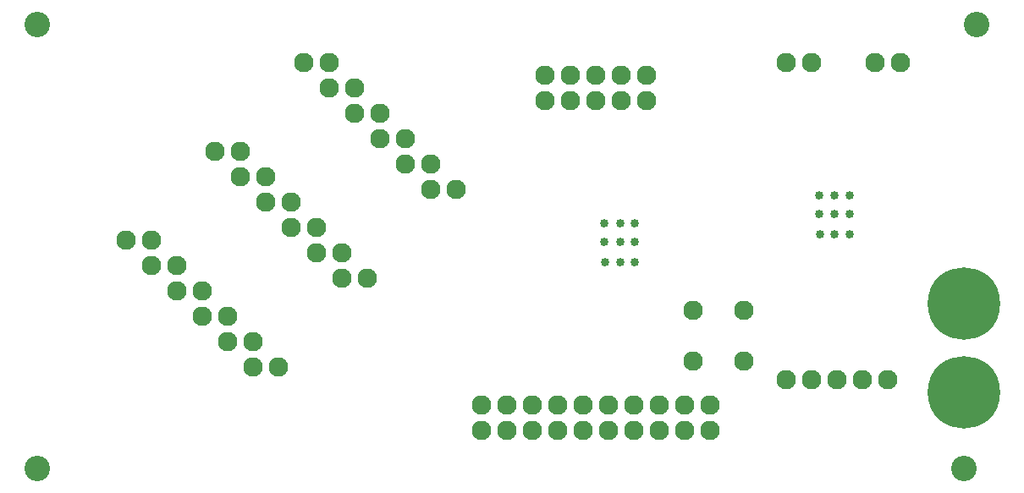
<source format=gbs>
G04 EasyPC Gerber Version 21.0.3 Build 4286 *
G04 #@! TF.Part,Single*
G04 #@! TF.FileFunction,Soldermask,Bot *
G04 #@! TF.FilePolarity,Negative *
%FSLAX24Y24*%
%MOIN*%
G04 #@! TA.AperFunction,WasherPad*
%ADD83C,0.03362*%
G04 #@! TA.AperFunction,ComponentPad*
%ADD86C,0.07693*%
G04 #@! TA.AperFunction,WasherPad*
%ADD82C,0.10055*%
G04 #@! TA.AperFunction,ComponentPad*
%ADD89C,0.28559*%
X0Y0D02*
D02*
D82*
X4025Y3025D03*
Y20525D03*
X40525Y3025D03*
X41025Y20525D03*
D02*
D83*
X26348Y11946D03*
Y12694D03*
X26387Y11159D03*
X26978D03*
Y11946D03*
Y12694D03*
X27568Y11159D03*
Y11946D03*
Y12694D03*
X34812Y13049D03*
Y13797D03*
X34852Y12261D03*
X35442D03*
Y13049D03*
Y13797D03*
X36033Y12261D03*
Y13049D03*
Y13797D03*
D02*
D86*
X7525Y12025D03*
X8525Y11025D03*
Y12025D03*
X9525Y10025D03*
Y11025D03*
X10525Y9025D03*
Y10025D03*
X11025Y15525D03*
X11525Y8025D03*
Y9025D03*
X12025Y14525D03*
Y15525D03*
X12525Y7025D03*
Y8025D03*
X13025Y13525D03*
Y14525D03*
X13525Y7025D03*
X14025Y12525D03*
Y13525D03*
X14525Y19025D03*
X15025Y11525D03*
Y12525D03*
X15525Y18025D03*
Y19025D03*
X16025Y10525D03*
Y11525D03*
X16525Y17025D03*
Y18025D03*
X17025Y10525D03*
X17525Y16025D03*
Y17025D03*
X18525Y15025D03*
Y16025D03*
X19525Y14025D03*
Y15025D03*
X20525Y14025D03*
X21525Y4525D03*
Y5525D03*
X22525Y4525D03*
Y5525D03*
X23525Y4525D03*
Y5525D03*
X24025Y17525D03*
Y18525D03*
X24525Y4525D03*
Y5525D03*
X25025Y17525D03*
Y18525D03*
X25525Y4525D03*
Y5525D03*
X26025Y17525D03*
Y18525D03*
X26525Y4525D03*
Y5525D03*
X27025Y17525D03*
Y18525D03*
X27525Y4525D03*
Y5525D03*
X28025Y17525D03*
Y18525D03*
X28525Y4525D03*
Y5525D03*
X29525Y4525D03*
Y5525D03*
X29875Y7245D03*
Y9245D03*
X30525Y4525D03*
Y5525D03*
X31875Y7245D03*
Y9245D03*
X33525Y6525D03*
X33533Y19025D03*
X34517D03*
X34525Y6525D03*
X35525D03*
X36525D03*
X37033Y19025D03*
X37525Y6525D03*
X38017Y19025D03*
D02*
D89*
X40525Y6025D03*
Y9525D03*
X0Y0D02*
M02*

</source>
